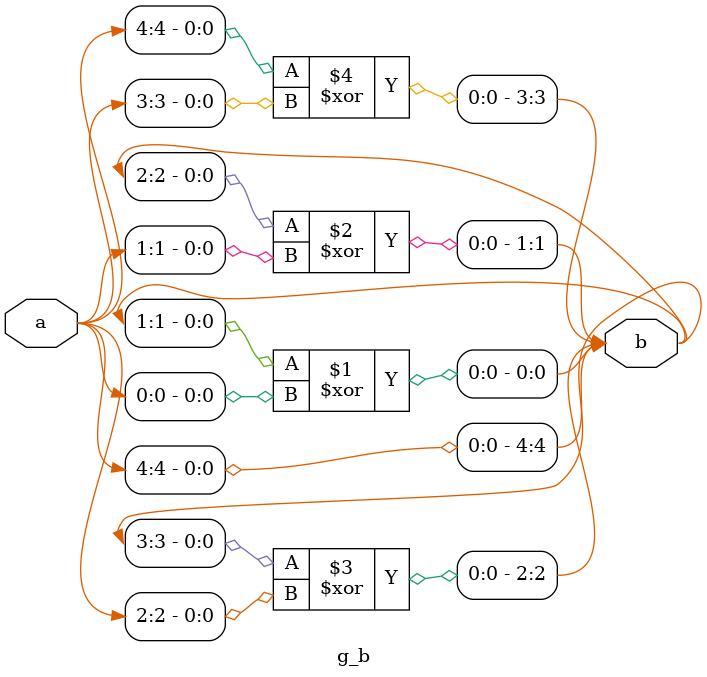
<source format=v>
module g_b(input [4:0]a,
           output [4:0]b);
  assign b={a[4],b[4]^a[3],b[3]^a[2],b[2]^a[1],b[1]^a[0]};
endmodule

</source>
